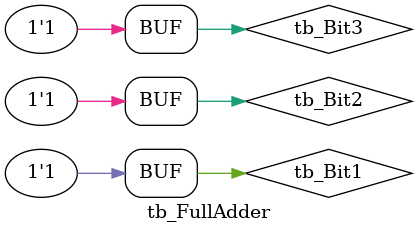
<source format=v>
`timescale 1ns/1ns
`include "./full-adder.v"

module tb_FullAdder;
	wire	tb_Carry,
			tb_Sum;
			
	reg		tb_Bit1,
			tb_Bit2,
			tb_Bit3;
	
	FullAdder	FA(	.Carry (tb_Carry),
					.Sum (tb_Sum),
					.Bit1 (tb_Bit1),
					.Bit2 (tb_Bit2),
					.Bit3 (tb_Bit3)
					);
	
	initial begin
			tb_Bit1 = 0; tb_Bit2 = 0; tb_Bit3 = 0;
		#10 tb_Bit1 = 0; tb_Bit2 = 0; tb_Bit3 = 1;
		#10 tb_Bit1 = 0; tb_Bit2 = 1; tb_Bit3 = 0;
		#10 tb_Bit1 = 0; tb_Bit2 = 1; tb_Bit3 = 1;
		#10 tb_Bit1 = 1; tb_Bit2 = 0; tb_Bit3 = 0;
		#10 tb_Bit1 = 1; tb_Bit2 = 0; tb_Bit3 = 1;
		#10 tb_Bit1 = 1; tb_Bit2 = 1; tb_Bit3 = 0;
		#10 tb_Bit1 = 1; tb_Bit2 = 1; tb_Bit3 = 1;
	end
	
	initial $monitor("Time: %2d, Bit1: %b, Bit2: %b, Bit3: %b, CS: %b%b", $time, tb_Bit1, tb_Bit2, tb_Bit3, tb_Carry, tb_Sum);
endmodule

</source>
